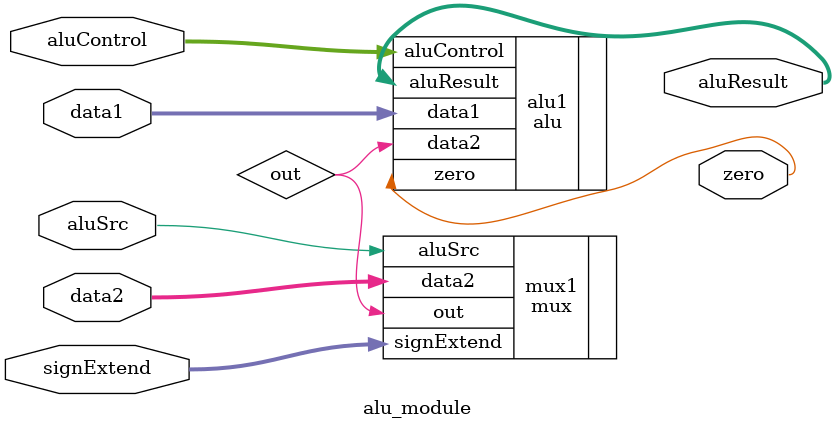
<source format=v>
`timescale 1ns / 1ps


module alu_module(
    input aluSrc,
    input [3:0] aluControl,
    input [31:0] data1,
    input [31:0] data2,
    input [31:0] signExtend,
    output [31:0] aluResult,
    output zero
    );
    wire out;
    mux mux1(.aluSrc(aluSrc),.data2(data2),.signExtend(signExtend),.out(out));
    alu alu1(.aluControl(aluControl),.data1(data1),.data2(out),.aluResult(aluResult),.zero(zero));
endmodule

</source>
